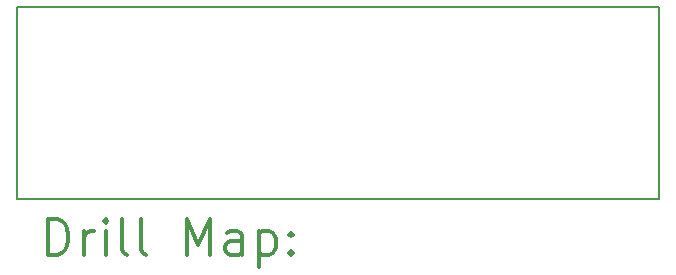
<source format=gbr>
%FSLAX45Y45*%
G04 Gerber Fmt 4.5, Leading zero omitted, Abs format (unit mm)*
G04 Created by KiCad (PCBNEW 0.201601231531+6508~42~ubuntu15.10.1-product) date Sun 24 Jan 2016 05:30:02 PM CET*
%MOMM*%
G01*
G04 APERTURE LIST*
%ADD10C,0.127000*%
%ADD11C,0.150000*%
%ADD12C,0.200000*%
%ADD13C,0.300000*%
G04 APERTURE END LIST*
D10*
D11*
X17729200Y-11379200D02*
X17729200Y-11353800D01*
X12293600Y-11379200D02*
X17729200Y-11379200D01*
X12293600Y-9753600D02*
X12293600Y-11379200D01*
X17729200Y-9753600D02*
X12293600Y-9753600D01*
X17729200Y-9753600D02*
X17729200Y-11353800D01*
D12*
D13*
X12557528Y-11852414D02*
X12557528Y-11552414D01*
X12628957Y-11552414D01*
X12671814Y-11566700D01*
X12700386Y-11595271D01*
X12714671Y-11623843D01*
X12728957Y-11680986D01*
X12728957Y-11723843D01*
X12714671Y-11780986D01*
X12700386Y-11809557D01*
X12671814Y-11838129D01*
X12628957Y-11852414D01*
X12557528Y-11852414D01*
X12857528Y-11852414D02*
X12857528Y-11652414D01*
X12857528Y-11709557D02*
X12871814Y-11680986D01*
X12886100Y-11666700D01*
X12914671Y-11652414D01*
X12943243Y-11652414D01*
X13043243Y-11852414D02*
X13043243Y-11652414D01*
X13043243Y-11552414D02*
X13028957Y-11566700D01*
X13043243Y-11580986D01*
X13057528Y-11566700D01*
X13043243Y-11552414D01*
X13043243Y-11580986D01*
X13228957Y-11852414D02*
X13200386Y-11838129D01*
X13186100Y-11809557D01*
X13186100Y-11552414D01*
X13386100Y-11852414D02*
X13357528Y-11838129D01*
X13343243Y-11809557D01*
X13343243Y-11552414D01*
X13728957Y-11852414D02*
X13728957Y-11552414D01*
X13828957Y-11766700D01*
X13928957Y-11552414D01*
X13928957Y-11852414D01*
X14200386Y-11852414D02*
X14200386Y-11695271D01*
X14186100Y-11666700D01*
X14157528Y-11652414D01*
X14100386Y-11652414D01*
X14071814Y-11666700D01*
X14200386Y-11838129D02*
X14171814Y-11852414D01*
X14100386Y-11852414D01*
X14071814Y-11838129D01*
X14057528Y-11809557D01*
X14057528Y-11780986D01*
X14071814Y-11752414D01*
X14100386Y-11738129D01*
X14171814Y-11738129D01*
X14200386Y-11723843D01*
X14343243Y-11652414D02*
X14343243Y-11952414D01*
X14343243Y-11666700D02*
X14371814Y-11652414D01*
X14428957Y-11652414D01*
X14457528Y-11666700D01*
X14471814Y-11680986D01*
X14486100Y-11709557D01*
X14486100Y-11795271D01*
X14471814Y-11823843D01*
X14457528Y-11838129D01*
X14428957Y-11852414D01*
X14371814Y-11852414D01*
X14343243Y-11838129D01*
X14614671Y-11823843D02*
X14628957Y-11838129D01*
X14614671Y-11852414D01*
X14600386Y-11838129D01*
X14614671Y-11823843D01*
X14614671Y-11852414D01*
X14614671Y-11666700D02*
X14628957Y-11680986D01*
X14614671Y-11695271D01*
X14600386Y-11680986D01*
X14614671Y-11666700D01*
X14614671Y-11695271D01*
M02*

</source>
